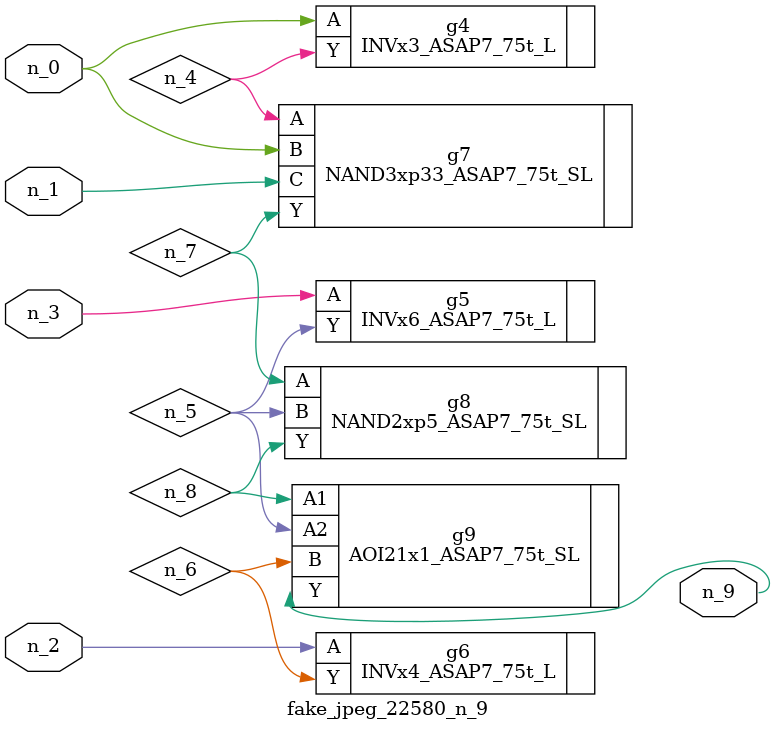
<source format=v>
module fake_jpeg_22580_n_9 (n_0, n_3, n_2, n_1, n_9);

input n_0;
input n_3;
input n_2;
input n_1;

output n_9;

wire n_4;
wire n_8;
wire n_6;
wire n_5;
wire n_7;

INVx3_ASAP7_75t_L g4 ( 
.A(n_0),
.Y(n_4)
);

INVx6_ASAP7_75t_L g5 ( 
.A(n_3),
.Y(n_5)
);

INVx4_ASAP7_75t_L g6 ( 
.A(n_2),
.Y(n_6)
);

NAND3xp33_ASAP7_75t_SL g7 ( 
.A(n_4),
.B(n_0),
.C(n_1),
.Y(n_7)
);

NAND2xp5_ASAP7_75t_SL g8 ( 
.A(n_7),
.B(n_5),
.Y(n_8)
);

AOI21x1_ASAP7_75t_SL g9 ( 
.A1(n_8),
.A2(n_5),
.B(n_6),
.Y(n_9)
);


endmodule
</source>
